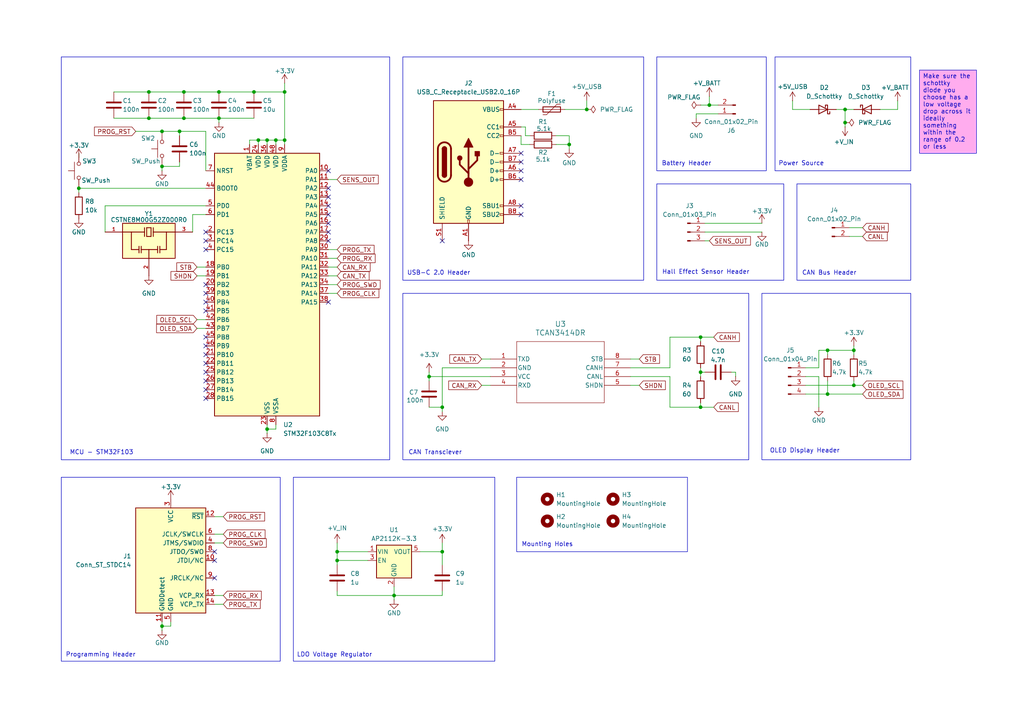
<source format=kicad_sch>
(kicad_sch (version 20250114) (generator "eeschema") (generator_version "9.0")
  (paper "A4")
  (lib_symbols
    (symbol "CSTNE8M00G52Z000R0:CSTNE8M00G52Z000R0" (pin_names (offset 1.016))
      (property "Reference" "Y" (at -7.62 6.35 0))
      (property "Value" "CSTNE8M00G52Z000R0" (at 1.27 -6.35 0))
      (symbol "CSTNE8M00G52Z000R0_0_0"
        (pin input line (at -12.7 2.54 0) (length 5.08) (name "~") (number "1"))
        (pin power_in line (at 0 -10.16 90) (length 5.08) (name "~") (number "2"))
        (pin output line (at 12.7 2.54 180) (length 5.08) (name "~") (number "3"))
      )
    )
    (symbol "Connector:Conn_01x02_Pin" (pin_names (offset 1.016) (hide yes))
      (property "Reference" "J" (at 0 2.54 0))
      (property "Value" "Conn_01x02_Pin" (at 0 -5.08 0))
      (symbol "Conn_01x02_Pin_1_1"
        (pin passive line (at 5.08 0 180) (length 3.81) (name "Pin_1") (number "1"))
        (pin passive line (at 5.08 -2.54 180) (length 3.81) (name "Pin_2") (number "2"))
      )
    )
    (symbol "Connector:Conn_01x03_Pin" (pin_names (offset 1.016) (hide yes))
      (property "Reference" "J" (at 0 5.08 0))
      (property "Value" "Conn_01x03_Pin" (at 0 -5.08 0))
      (symbol "Conn_01x03_Pin_1_1"
        (pin passive line (at 5.08 2.54 180) (length 3.81) (name "Pin_1") (number "1"))
        (pin passive line (at 5.08 0 180) (length 3.81) (name "Pin_2") (number "2"))
        (pin passive line (at 5.08 -2.54 180) (length 3.81) (name "Pin_3") (number "3"))
      )
    )
    (symbol "Connector:Conn_01x04_Pin" (pin_names (offset 1.016) (hide yes))
      (property "Reference" "J" (at 0 5.08 0))
      (property "Value" "Conn_01x04_Pin" (at 0 -7.62 0))
      (symbol "Conn_01x04_Pin_1_1"
        (pin passive line (at 5.08 2.54 180) (length 3.81) (name "Pin_1") (number "1"))
        (pin passive line (at 5.08 0 180) (length 3.81) (name "Pin_2") (number "2"))
        (pin passive line (at 5.08 -2.54 180) (length 3.81) (name "Pin_3") (number "3"))
        (pin passive line (at 5.08 -5.08 180) (length 3.81) (name "Pin_4") (number "4"))
      )
    )
    (symbol "Connector:Conn_ST_STDC14"
      (property "Reference" "J" (at -8.89 16.51 0))
      (property "Value" "Conn_ST_STDC14" (at 17.78 16.51 0))
      (symbol "Conn_ST_STDC14_1_1"
        (pin no_connect line (at -10.16 5.08 0) (length 2.54) (hide yes) (name "NC") (number "1"))
        (pin no_connect line (at -10.16 2.54 0) (length 2.54) (hide yes) (name "NC") (number "2"))
        (pin passive line (at -2.54 -17.78 90) (length 2.54) (name "GNDDetect") (number "11"))
        (pin power_in line (at 0 17.78 270) (length 2.54) (name "VCC") (number "3"))
        (pin power_in line (at 0 -17.78 90) (length 2.54) (name "GND") (number "5"))
        (pin passive line (at 0 -17.78 90) (length 2.54) (hide yes) (name "GND") (number "7"))
        (pin open_collector line (at 12.7 12.7 180) (length 2.54) (name "~{RST}") (number "12"))
        (pin output line (at 12.7 7.62 180) (length 2.54) (name "JCLK/SWCLK") (number "6"))
        (pin bidirectional line (at 12.7 5.08 180) (length 2.54) (name "JTMS/SWDIO") (number "4"))
        (pin input line (at 12.7 2.54 180) (length 2.54) (name "JTDO/SWO") (number "8"))
        (pin output line (at 12.7 0 180) (length 2.54) (name "JTDI/NC") (number "10"))
        (pin input line (at 12.7 -5.08 180) (length 2.54) (name "JRCLK/NC") (number "9"))
        (pin output line (at 12.7 -10.16 180) (length 2.54) (name "VCP_RX") (number "13"))
        (pin input line (at 12.7 -12.7 180) (length 2.54) (name "VCP_TX") (number "14"))
      )
    )
    (symbol "Connector:USB_C_Receptacle_USB2.0_16P" (pin_names (offset 1.016))
      (property "Reference" "J" (at 0 22.225 0))
      (property "Value" "USB_C_Receptacle_USB2.0_16P" (at 0 19.685 0))
      (symbol "USB_C_Receptacle_USB2.0_16P_1_1"
        (pin passive line (at -7.62 -22.86 90) (length 5.08) (name "SHIELD") (number "S1"))
        (pin passive line (at 0 -22.86 90) (length 5.08) (name "GND") (number "A1"))
        (pin passive line (at 0 -22.86 90) (length 5.08) (hide yes) (name "GND") (number "A12"))
        (pin passive line (at 0 -22.86 90) (length 5.08) (hide yes) (name "GND") (number "B1"))
        (pin passive line (at 0 -22.86 90) (length 5.08) (hide yes) (name "GND") (number "B12"))
        (pin passive line (at 15.24 15.24 180) (length 5.08) (name "VBUS") (number "A4"))
        (pin passive line (at 15.24 15.24 180) (length 5.08) (hide yes) (name "VBUS") (number "A9"))
        (pin passive line (at 15.24 15.24 180) (length 5.08) (hide yes) (name "VBUS") (number "B4"))
        (pin passive line (at 15.24 15.24 180) (length 5.08) (hide yes) (name "VBUS") (number "B9"))
        (pin bidirectional line (at 15.24 10.16 180) (length 5.08) (name "CC1") (number "A5"))
        (pin bidirectional line (at 15.24 7.62 180) (length 5.08) (name "CC2") (number "B5"))
        (pin bidirectional line (at 15.24 2.54 180) (length 5.08) (name "D-") (number "A7"))
        (pin bidirectional line (at 15.24 0 180) (length 5.08) (name "D-") (number "B7"))
        (pin bidirectional line (at 15.24 -2.54 180) (length 5.08) (name "D+") (number "A6"))
        (pin bidirectional line (at 15.24 -5.08 180) (length 5.08) (name "D+") (number "B6"))
        (pin bidirectional line (at 15.24 -12.7 180) (length 5.08) (name "SBU1") (number "A8"))
        (pin bidirectional line (at 15.24 -15.24 180) (length 5.08) (name "SBU2") (number "B8"))
      )
    )
    (symbol "Device:C" (pin_numbers (hide yes)) (pin_names (offset 0.254))
      (property "Reference" "C" (at 0.635 2.54 0))
      (property "Value" "C" (at 0.635 -2.54 0))
      (symbol "C_1_1"
        (pin passive line (at 0 3.81 270) (length 2.794) (name "~") (number "1"))
        (pin passive line (at 0 -3.81 90) (length 2.794) (name "~") (number "2"))
      )
    )
    (symbol "Device:D_Schottky" (pin_numbers (hide yes)) (pin_names (offset 1.016) (hide yes))
      (property "Reference" "D" (at 0 2.54 0))
      (property "Value" "D_Schottky" (at 0 -2.54 0))
      (symbol "D_Schottky_1_1"
        (pin passive line (at -3.81 0 0) (length 2.54) (name "K") (number "1"))
        (pin passive line (at 3.81 0 180) (length 2.54) (name "A") (number "2"))
      )
    )
    (symbol "Device:Polyfuse" (pin_numbers (hide yes)) (pin_names (offset 0))
      (property "Reference" "F" (at -2.54 0 90))
      (property "Value" "Polyfuse" (at 2.54 0 90))
      (symbol "Polyfuse_1_1"
        (pin passive line (at 0 3.81 270) (length 1.27) (name "~") (number "1"))
        (pin passive line (at 0 -3.81 90) (length 1.27) (name "~") (number "2"))
      )
    )
    (symbol "Device:R" (pin_numbers (hide yes)) (pin_names (offset 0))
      (property "Reference" "R" (at 2.032 0 90))
      (property "Value" "R" (at 0 0 90))
      (symbol "R_1_1"
        (pin passive line (at 0 3.81 270) (length 1.27) (name "~") (number "1"))
        (pin passive line (at 0 -3.81 90) (length 1.27) (name "~") (number "2"))
      )
    )
    (symbol "MCU_ST_STM32F1:STM32F103C8Tx"
      (property "Reference" "U" (at -15.24 39.37 0))
      (property "Value" "STM32F103C8Tx" (at 7.62 39.37 0))
      (symbol "STM32F103C8Tx_1_1"
        (pin input line (at -17.78 33.02 0) (length 2.54) (name "NRST") (number "7"))
        (pin input line (at -17.78 27.94 0) (length 2.54) (name "BOOT0") (number "44"))
        (pin bidirectional line (at -17.78 22.86 0) (length 2.54) (name "PD0") (number "5"))
        (pin bidirectional line (at -17.78 20.32 0) (length 2.54) (name "PD1") (number "6"))
        (pin bidirectional line (at -17.78 15.24 0) (length 2.54) (name "PC13") (number "2"))
        (pin bidirectional line (at -17.78 12.7 0) (length 2.54) (name "PC14") (number "3"))
        (pin bidirectional line (at -17.78 10.16 0) (length 2.54) (name "PC15") (number "4"))
        (pin bidirectional line (at -17.78 5.08 0) (length 2.54) (name "PB0") (number "18"))
        (pin bidirectional line (at -17.78 2.54 0) (length 2.54) (name "PB1") (number "19"))
        (pin bidirectional line (at -17.78 0 0) (length 2.54) (name "PB2") (number "20"))
        (pin bidirectional line (at -17.78 -2.54 0) (length 2.54) (name "PB3") (number "39"))
        (pin bidirectional line (at -17.78 -5.08 0) (length 2.54) (name "PB4") (number "40"))
        (pin bidirectional line (at -17.78 -7.62 0) (length 2.54) (name "PB5") (number "41"))
        (pin bidirectional line (at -17.78 -10.16 0) (length 2.54) (name "PB6") (number "42"))
        (pin bidirectional line (at -17.78 -12.7 0) (length 2.54) (name "PB7") (number "43"))
        (pin bidirectional line (at -17.78 -15.24 0) (length 2.54) (name "PB8") (number "45"))
        (pin bidirectional line (at -17.78 -17.78 0) (length 2.54) (name "PB9") (number "46"))
        (pin bidirectional line (at -17.78 -20.32 0) (length 2.54) (name "PB10") (number "21"))
        (pin bidirectional line (at -17.78 -22.86 0) (length 2.54) (name "PB11") (number "22"))
        (pin bidirectional line (at -17.78 -25.4 0) (length 2.54) (name "PB12") (number "25"))
        (pin bidirectional line (at -17.78 -27.94 0) (length 2.54) (name "PB13") (number "26"))
        (pin bidirectional line (at -17.78 -30.48 0) (length 2.54) (name "PB14") (number "27"))
        (pin bidirectional line (at -17.78 -33.02 0) (length 2.54) (name "PB15") (number "28"))
        (pin power_in line (at -5.08 40.64 270) (length 2.54) (name "VBAT") (number "1"))
        (pin power_in line (at -2.54 40.64 270) (length 2.54) (name "VDD") (number "24"))
        (pin power_in line (at 0 40.64 270) (length 2.54) (name "VDD") (number "36"))
        (pin power_in line (at 0 -40.64 90) (length 2.54) (name "VSS") (number "23"))
        (pin passive line (at 0 -40.64 90) (length 2.54) (hide yes) (name "VSS") (number "35"))
        (pin passive line (at 0 -40.64 90) (length 2.54) (hide yes) (name "VSS") (number "47"))
        (pin power_in line (at 2.54 40.64 270) (length 2.54) (name "VDD") (number "48"))
        (pin power_in line (at 2.54 -40.64 90) (length 2.54) (name "VSSA") (number "8"))
        (pin power_in line (at 5.08 40.64 270) (length 2.54) (name "VDDA") (number "9"))
        (pin bidirectional line (at 17.78 33.02 180) (length 2.54) (name "PA0") (number "10"))
        (pin bidirectional line (at 17.78 30.48 180) (length 2.54) (name "PA1") (number "11"))
        (pin bidirectional line (at 17.78 27.94 180) (length 2.54) (name "PA2") (number "12"))
        (pin bidirectional line (at 17.78 25.4 180) (length 2.54) (name "PA3") (number "13"))
        (pin bidirectional line (at 17.78 22.86 180) (length 2.54) (name "PA4") (number "14"))
        (pin bidirectional line (at 17.78 20.32 180) (length 2.54) (name "PA5") (number "15"))
        (pin bidirectional line (at 17.78 17.78 180) (length 2.54) (name "PA6") (number "16"))
        (pin bidirectional line (at 17.78 15.24 180) (length 2.54) (name "PA7") (number "17"))
        (pin bidirectional line (at 17.78 12.7 180) (length 2.54) (name "PA8") (number "29"))
        (pin bidirectional line (at 17.78 10.16 180) (length 2.54) (name "PA9") (number "30"))
        (pin bidirectional line (at 17.78 7.62 180) (length 2.54) (name "PA10") (number "31"))
        (pin bidirectional line (at 17.78 5.08 180) (length 2.54) (name "PA11") (number "32"))
        (pin bidirectional line (at 17.78 2.54 180) (length 2.54) (name "PA12") (number "33"))
        (pin bidirectional line (at 17.78 0 180) (length 2.54) (name "PA13") (number "34"))
        (pin bidirectional line (at 17.78 -2.54 180) (length 2.54) (name "PA14") (number "37"))
        (pin bidirectional line (at 17.78 -5.08 180) (length 2.54) (name "PA15") (number "38"))
      )
    )
    (symbol "Mechanical:MountingHole" (pin_names (offset 1.016)) (exclude_from_sim yes) (in_bom no)
      (property "Reference" "H" (at 0 5.08 0))
      (property "Value" "MountingHole" (at 0 3.175 0))
    )
    (symbol "Regulator_Linear:AP2112K-3.3" (pin_names (offset 0.254))
      (property "Reference" "U" (at -5.08 5.715 0))
      (property "Value" "AP2112K-3.3" (at 0 5.715 0))
      (symbol "AP2112K-3.3_1_1"
        (pin power_in line (at -7.62 2.54 0) (length 2.54) (name "VIN") (number "1"))
        (pin input line (at -7.62 0 0) (length 2.54) (name "EN") (number "3"))
        (pin power_in line (at 0 -7.62 90) (length 2.54) (name "GND") (number "2"))
        (pin no_connect line (at 5.08 0 180) (length 2.54) (hide yes) (name "NC") (number "4"))
        (pin power_out line (at 7.62 2.54 180) (length 2.54) (name "VOUT") (number "5"))
      )
    )
    (symbol "Switch:SW_Push" (pin_numbers (hide yes)) (pin_names (offset 1.016) (hide yes))
      (property "Reference" "SW" (at 1.27 2.54 0))
      (property "Value" "SW_Push" (at 0 -1.524 0))
      (symbol "SW_Push_0_1"
        (pin passive line (at -5.08 0 0) (length 2.54) (name "1") (number "1"))
        (pin passive line (at 5.08 0 180) (length 2.54) (name "2") (number "2"))
      )
    )
    (symbol "TCAN3414:PTCAN3414DR" (pin_names (offset 0.254))
      (property "Reference" "U" (at 20.32 10.16 0))
      (property "Value" "PTCAN3414DR" (at 20.32 7.62 0))
      (symbol "PTCAN3414DR_0_1"
        (pin input line (at 0 0 0) (length 7.62) (name "TXD") (number "1"))
        (pin power_out line (at 0 -2.54 0) (length 7.62) (name "GND") (number "2"))
        (pin power_in line (at 0 -5.08 0) (length 7.62) (name "VCC") (number "3"))
        (pin output line (at 0 -7.62 0) (length 7.62) (name "RXD") (number "4"))
        (pin input line (at 40.64 0 180) (length 7.62) (name "STB") (number "8"))
        (pin bidirectional line (at 40.64 -2.54 180) (length 7.62) (name "CANH") (number "7"))
        (pin bidirectional line (at 40.64 -5.08 180) (length 7.62) (name "CANL") (number "6"))
        (pin input line (at 40.64 -7.62 180) (length 7.62) (name "SHDN") (number "5"))
      )
    )
    (symbol "power:+3.3V" (power) (pin_numbers (hide yes)) (pin_names (offset 0) (hide yes))
      (property "Value" "+3.3V" (at 0 3.556 0))
      (symbol "+3.3V_1_1"
        (pin power_in line (at 0 0 90) (length 0) (name "~") (number "1"))
      )
    )
    (symbol "power:+5V" (power) (pin_numbers (hide yes)) (pin_names (offset 0) (hide yes))
      (property "Value" "+5V" (at 0 3.556 0))
      (symbol "+5V_1_1"
        (pin power_in line (at 0 0 90) (length 0) (name "~") (number "1"))
      )
    )
    (symbol "power:GND" (power) (pin_numbers (hide yes)) (pin_names (offset 0) (hide yes))
      (property "Value" "GND" (at 0 -3.81 0))
      (symbol "GND_1_1"
        (pin power_in line (at 0 0 270) (length 0) (name "~") (number "1"))
      )
    )
    (symbol "power:PWR_FLAG" (power) (pin_numbers (hide yes)) (pin_names (offset 0) (hide yes))
      (property "Value" "PWR_FLAG" (at 0 3.81 0))
      (symbol "PWR_FLAG_0_0"
        (pin power_out line (at 0 0 90) (length 0) (name "~") (number "1"))
      )
    )
  )
  (rectangle (start 116.84 85.09) (end 217.17 133.35))
  (rectangle (start 224.79 16.51) (end 264.16 49.53))
  (rectangle (start 149.86 138.43) (end 199.39 160.02))
  (rectangle (start 17.78 138.43) (end 81.28 191.77))
  (rectangle (start 85.09 138.43) (end 143.51 191.77))
  (rectangle (start 231.14 53.34) (end 264.16 81.28))
  (rectangle (start 190.5 53.34) (end 227.33 81.28))
  (rectangle (start 220.98 85.09) (end 264.16 133.35))
  (rectangle (start 17.78 16.51) (end 113.03 133.35))
  (rectangle (start 190.5 16.51) (end 222.25 49.53))
  (rectangle (start 116.84 16.51) (end 186.69 81.28))
  (text "Mounting Holes" (at 158.75 157.988 0) (effects (font (size 1.27 1.27))))
  (text "CAN Transciever" (at 126.238 131.318 0) (effects (font (size 1.27 1.27))))
  (text "MCU - STM32F103" (at 29.464 131.318 0) (effects (font (size 1.27 1.27))))
  (text "CAN Bus Header" (at 240.538 79.248 0) (effects (font (size 1.27 1.27))))
  (text "Battery Header" (at 199.136 47.498 0) (effects (font (size 1.27 1.27))))
  (text "USB-C 2.0 Header" (at 127.254 79.248 0) (effects (font (size 1.27 1.27))))
  (text "LDO Voltage Regulator" (at 97.028 189.992 0) (effects (font (size 1.27 1.27))))
  (text "Power Source" (at 232.41 47.498 0) (effects (font (size 1.27 1.27))))
  (text "Hall Effect Sensor Header" (at 204.724 78.994 0) (effects (font (size 1.27 1.27))))
  (text "OLED Display Header\n" (at 233.426 130.81 0) (effects (font (size 1.27 1.27))))
  (text "Programming Header" (at 29.21 189.992 0) (effects (font (size 1.27 1.27))))
  (text_box "Make sure the schottky \ndiode you choose has a low voltage drop across it \nideally something within the range of 0.2 or less" (at 266.7 20.32 0) (size 16.51 24.13) (margins 0.9525 0.9525 0.9525 0.9525) (fill (type color) (color 255 172 238 1)) (effects (font (size 1.27 1.27)) (justify left top)))
  (junction (at 240.03 101.6))
  (junction (at 63.5 34.29))
  (junction (at 124.46 109.22))
  (junction (at 46.99 181.61))
  (junction (at 53.34 34.29))
  (junction (at 165.1 41.91))
  (junction (at 203.2 118.11))
  (junction (at 80.01 40.64))
  (junction (at 247.65 111.76))
  (junction (at 114.3 172.72))
  (junction (at 97.79 160.02))
  (junction (at 205.74 30.48))
  (junction (at 46.99 48.26))
  (junction (at 52.07 38.1))
  (junction (at 203.2 97.79))
  (junction (at 46.99 38.1))
  (junction (at 22.86 54.61))
  (junction (at 43.18 34.29))
  (junction (at 203.2 107.95))
  (junction (at 82.55 40.64))
  (junction (at 73.66 26.67))
  (junction (at 245.11 35.56))
  (junction (at 53.34 26.67))
  (junction (at 128.27 118.11))
  (junction (at 43.18 26.67))
  (junction (at 245.11 31.75))
  (junction (at 77.47 40.64))
  (junction (at 63.5 26.67))
  (junction (at 247.65 101.6))
  (junction (at 240.03 114.3))
  (junction (at 128.27 160.02))
  (junction (at 74.93 40.64))
  (junction (at 170.18 31.75))
  (junction (at 77.47 124.46))
  (junction (at 97.79 162.56))
  (junction (at 82.55 26.67))
  (no_connect (at 95.25 59.69))
  (no_connect (at 59.69 110.49))
  (no_connect (at 62.23 160.02))
  (no_connect (at 151.13 46.99))
  (no_connect (at 95.25 62.23))
  (no_connect (at 59.69 115.57))
  (no_connect (at 59.69 87.63))
  (no_connect (at 151.13 49.53))
  (no_connect (at 95.25 57.15))
  (no_connect (at 128.27 69.85))
  (no_connect (at 59.69 105.41))
  (no_connect (at 151.13 59.69))
  (no_connect (at 95.25 69.85))
  (no_connect (at 95.25 87.63))
  (no_connect (at 59.69 67.31))
  (no_connect (at 95.25 49.53))
  (no_connect (at 151.13 62.23))
  (no_connect (at 62.23 167.64))
  (no_connect (at 59.69 100.33))
  (no_connect (at 59.69 82.55))
  (no_connect (at 59.69 69.85))
  (no_connect (at 59.69 90.17))
  (no_connect (at 59.69 107.95))
  (no_connect (at 95.25 54.61))
  (no_connect (at 62.23 162.56))
  (no_connect (at 151.13 52.07))
  (no_connect (at 59.69 97.79))
  (no_connect (at 95.25 67.31))
  (no_connect (at 59.69 102.87))
  (no_connect (at 95.25 64.77))
  (no_connect (at 151.13 44.45))
  (no_connect (at 59.69 85.09))
  (no_connect (at 59.69 72.39))
  (no_connect (at 59.69 113.03))
  (wire (pts (xy 204.47 64.77) (xy 220.98 64.77)))
  (wire (pts (xy 247.65 110.49) (xy 247.65 111.76)))
  (wire (pts (xy 57.15 80.01) (xy 59.69 80.01)))
  (wire (pts (xy 57.15 77.47) (xy 59.69 77.47)))
  (wire (pts (xy 194.31 109.22) (xy 194.31 118.11)))
  (wire (pts (xy 97.79 160.02) (xy 97.79 162.56)))
  (wire (pts (xy 46.99 181.61) (xy 46.99 182.88)))
  (wire (pts (xy 128.27 172.72) (xy 128.27 171.45)))
  (wire (pts (xy 240.03 110.49) (xy 240.03 114.3)))
  (wire (pts (xy 95.25 77.47) (xy 97.79 77.47)))
  (wire (pts (xy 80.01 40.64) (xy 82.55 40.64)))
  (wire (pts (xy 237.49 109.22) (xy 233.68 109.22)))
  (wire (pts (xy 57.15 95.25) (xy 59.69 95.25)))
  (wire (pts (xy 139.7 111.76) (xy 142.24 111.76)))
  (wire (pts (xy 62.23 175.26) (xy 64.77 175.26)))
  (wire (pts (xy 161.29 41.91) (xy 165.1 41.91)))
  (wire (pts (xy 201.93 33.02) (xy 201.93 34.29)))
  (wire (pts (xy 22.86 45.72) (xy 22.86 44.45)))
  (wire (pts (xy 128.27 163.83) (xy 128.27 160.02)))
  (wire (pts (xy 82.55 40.64) (xy 82.55 41.91)))
  (wire (pts (xy 151.13 41.91) (xy 153.67 41.91)))
  (wire (pts (xy 57.15 92.71) (xy 59.69 92.71)))
  (wire (pts (xy 139.7 104.14) (xy 142.24 104.14)))
  (wire (pts (xy 43.18 34.29) (xy 53.34 34.29)))
  (wire (pts (xy 182.88 111.76) (xy 185.42 111.76)))
  (wire (pts (xy 205.74 27.94) (xy 205.74 30.48)))
  (wire (pts (xy 128.27 106.68) (xy 142.24 106.68)))
  (wire (pts (xy 80.01 40.64) (xy 80.01 41.91)))
  (wire (pts (xy 161.29 39.37) (xy 165.1 39.37)))
  (wire (pts (xy 82.55 24.13) (xy 82.55 26.67)))
  (wire (pts (xy 182.88 106.68) (xy 194.31 106.68)))
  (wire (pts (xy 106.68 160.02) (xy 97.79 160.02)))
  (wire (pts (xy 201.93 33.02) (xy 208.28 33.02)))
  (wire (pts (xy 124.46 109.22) (xy 124.46 110.49)))
  (wire (pts (xy 128.27 106.68) (xy 128.27 118.11)))
  (wire (pts (xy 95.25 52.07) (xy 97.79 52.07)))
  (wire (pts (xy 33.02 26.67) (xy 43.18 26.67)))
  (wire (pts (xy 114.3 172.72) (xy 114.3 173.99)))
  (wire (pts (xy 95.25 74.93) (xy 97.79 74.93)))
  (wire (pts (xy 49.53 181.61) (xy 46.99 181.61)))
  (wire (pts (xy 22.86 54.61) (xy 59.69 54.61)))
  (wire (pts (xy 203.2 107.95) (xy 203.2 109.22)))
  (wire (pts (xy 77.47 123.19) (xy 77.47 124.46)))
  (wire (pts (xy 240.03 101.6) (xy 247.65 101.6)))
  (wire (pts (xy 46.99 180.34) (xy 46.99 181.61)))
  (wire (pts (xy 74.93 40.64) (xy 77.47 40.64)))
  (wire (pts (xy 22.86 54.61) (xy 22.86 55.88)))
  (wire (pts (xy 203.2 118.11) (xy 203.2 116.84)))
  (wire (pts (xy 77.47 124.46) (xy 77.47 125.73)))
  (wire (pts (xy 128.27 157.48) (xy 128.27 160.02)))
  (wire (pts (xy 260.35 31.75) (xy 255.27 31.75)))
  (wire (pts (xy 194.31 118.11) (xy 203.2 118.11)))
  (wire (pts (xy 240.03 101.6) (xy 240.03 102.87)))
  (wire (pts (xy 63.5 34.29) (xy 73.66 34.29)))
  (wire (pts (xy 124.46 109.22) (xy 142.24 109.22)))
  (wire (pts (xy 233.68 114.3) (xy 240.03 114.3)))
  (wire (pts (xy 229.87 31.75) (xy 229.87 29.21)))
  (wire (pts (xy 53.34 26.67) (xy 63.5 26.67)))
  (wire (pts (xy 30.48 59.69) (xy 59.69 59.69)))
  (wire (pts (xy 182.88 104.14) (xy 185.42 104.14)))
  (wire (pts (xy 95.25 82.55) (xy 97.79 82.55)))
  (wire (pts (xy 152.4 39.37) (xy 153.67 39.37)))
  (wire (pts (xy 165.1 43.18) (xy 165.1 41.91)))
  (wire (pts (xy 128.27 118.11) (xy 128.27 119.38)))
  (wire (pts (xy 59.69 38.1) (xy 59.69 49.53)))
  (wire (pts (xy 245.11 31.75) (xy 247.65 31.75)))
  (wire (pts (xy 229.87 31.75) (xy 234.95 31.75)))
  (wire (pts (xy 247.65 101.6) (xy 247.65 102.87)))
  (wire (pts (xy 245.11 36.83) (xy 245.11 35.56)))
  (wire (pts (xy 203.2 106.68) (xy 203.2 107.95)))
  (wire (pts (xy 128.27 160.02) (xy 121.92 160.02)))
  (wire (pts (xy 152.4 36.83) (xy 151.13 36.83)))
  (wire (pts (xy 77.47 40.64) (xy 80.01 40.64)))
  (wire (pts (xy 114.3 170.18) (xy 114.3 172.72)))
  (wire (pts (xy 43.18 26.67) (xy 53.34 26.67)))
  (wire (pts (xy 245.11 35.56) (xy 245.11 31.75)))
  (wire (pts (xy 97.79 171.45) (xy 97.79 172.72)))
  (wire (pts (xy 233.68 111.76) (xy 247.65 111.76)))
  (wire (pts (xy 240.03 114.3) (xy 250.19 114.3)))
  (wire (pts (xy 62.23 154.94) (xy 64.77 154.94)))
  (wire (pts (xy 52.07 48.26) (xy 46.99 48.26)))
  (wire (pts (xy 114.3 172.72) (xy 128.27 172.72)))
  (wire (pts (xy 247.65 111.76) (xy 250.19 111.76)))
  (wire (pts (xy 170.18 29.21) (xy 170.18 31.75)))
  (wire (pts (xy 151.13 31.75) (xy 156.21 31.75)))
  (wire (pts (xy 80.01 124.46) (xy 77.47 124.46)))
  (wire (pts (xy 30.48 67.31) (xy 30.48 59.69)))
  (wire (pts (xy 97.79 162.56) (xy 97.79 163.83)))
  (wire (pts (xy 33.02 34.29) (xy 43.18 34.29)))
  (wire (pts (xy 46.99 48.26) (xy 46.99 49.53)))
  (wire (pts (xy 82.55 26.67) (xy 82.55 40.64)))
  (wire (pts (xy 203.2 118.11) (xy 207.01 118.11)))
  (wire (pts (xy 95.25 72.39) (xy 97.79 72.39)))
  (wire (pts (xy 151.13 41.91) (xy 151.13 39.37)))
  (wire (pts (xy 46.99 38.1) (xy 52.07 38.1)))
  (wire (pts (xy 97.79 157.48) (xy 97.79 160.02)))
  (wire (pts (xy 260.35 29.21) (xy 260.35 31.75)))
  (wire (pts (xy 124.46 107.95) (xy 124.46 109.22)))
  (wire (pts (xy 55.88 67.31) (xy 55.88 62.23)))
  (wire (pts (xy 203.2 97.79) (xy 203.2 99.06)))
  (wire (pts (xy 237.49 118.11) (xy 237.49 109.22)))
  (wire (pts (xy 194.31 97.79) (xy 203.2 97.79)))
  (wire (pts (xy 204.47 67.31) (xy 220.98 67.31)))
  (wire (pts (xy 163.83 31.75) (xy 170.18 31.75)))
  (wire (pts (xy 194.31 106.68) (xy 194.31 97.79)))
  (wire (pts (xy 106.68 162.56) (xy 97.79 162.56)))
  (wire (pts (xy 237.49 106.68) (xy 237.49 101.6)))
  (wire (pts (xy 62.23 149.86) (xy 64.77 149.86)))
  (wire (pts (xy 152.4 39.37) (xy 152.4 36.83)))
  (wire (pts (xy 203.2 97.79) (xy 207.01 97.79)))
  (wire (pts (xy 205.74 30.48) (xy 208.28 30.48)))
  (wire (pts (xy 237.49 101.6) (xy 240.03 101.6)))
  (wire (pts (xy 77.47 40.64) (xy 77.47 41.91)))
  (wire (pts (xy 246.38 66.04) (xy 250.19 66.04)))
  (wire (pts (xy 242.57 31.75) (xy 245.11 31.75)))
  (wire (pts (xy 95.25 80.01) (xy 97.79 80.01)))
  (wire (pts (xy 62.23 157.48) (xy 64.77 157.48)))
  (wire (pts (xy 55.88 62.23) (xy 59.69 62.23)))
  (wire (pts (xy 97.79 172.72) (xy 114.3 172.72)))
  (wire (pts (xy 80.01 123.19) (xy 80.01 124.46)))
  (wire (pts (xy 72.39 41.91) (xy 72.39 40.64)))
  (wire (pts (xy 72.39 40.64) (xy 74.93 40.64)))
  (wire (pts (xy 52.07 38.1) (xy 59.69 38.1)))
  (wire (pts (xy 233.68 106.68) (xy 237.49 106.68)))
  (wire (pts (xy 124.46 118.11) (xy 128.27 118.11)))
  (wire (pts (xy 203.2 107.95) (xy 204.47 107.95)))
  (wire (pts (xy 203.2 30.48) (xy 205.74 30.48)))
  (wire (pts (xy 39.37 38.1) (xy 46.99 38.1)))
  (wire (pts (xy 49.53 180.34) (xy 49.53 181.61)))
  (wire (pts (xy 74.93 40.64) (xy 74.93 41.91)))
  (wire (pts (xy 52.07 46.99) (xy 52.07 48.26)))
  (wire (pts (xy 52.07 38.1) (xy 52.07 39.37)))
  (wire (pts (xy 204.47 69.85) (xy 205.74 69.85)))
  (wire (pts (xy 213.36 107.95) (xy 213.36 109.22)))
  (wire (pts (xy 63.5 34.29) (xy 63.5 35.56)))
  (wire (pts (xy 212.09 107.95) (xy 213.36 107.95)))
  (wire (pts (xy 182.88 109.22) (xy 194.31 109.22)))
  (wire (pts (xy 165.1 39.37) (xy 165.1 41.91)))
  (wire (pts (xy 82.55 26.67) (xy 73.66 26.67)))
  (wire (pts (xy 246.38 68.58) (xy 250.19 68.58)))
  (wire (pts (xy 247.65 100.33) (xy 247.65 101.6)))
  (wire (pts (xy 63.5 26.67) (xy 73.66 26.67)))
  (wire (pts (xy 53.34 34.29) (xy 63.5 34.29)))
  (wire (pts (xy 95.25 85.09) (xy 97.79 85.09)))
  (wire (pts (xy 62.23 172.72) (xy 64.77 172.72)))
  (global_label "PROG_TX" (shape input) (at 64.77 175.26 0) (property "Intersheetrefs" "${INTERSHEET_REFS}" (effects (hide yes))))
  (global_label "SENS_OUT" (shape input) (at 205.74 69.85 0) (property "Intersheetrefs" "${INTERSHEET_REFS}" (effects (hide yes))))
  (global_label "CANL" (shape input) (at 207.01 118.11 0) (property "Intersheetrefs" "${INTERSHEET_REFS}" (effects (hide yes))))
  (global_label "OLED_SCL" (shape input) (at 250.19 111.76 0) (property "Intersheetrefs" "${INTERSHEET_REFS}" (effects (hide yes))))
  (global_label "CAN_TX" (shape input) (at 139.7 104.14 180) (property "Intersheetrefs" "${INTERSHEET_REFS}" (effects (hide yes))))
  (global_label "PROG_TX" (shape input) (at 97.79 72.39 0) (property "Intersheetrefs" "${INTERSHEET_REFS}" (effects (hide yes))))
  (global_label "CAN_RX" (shape input) (at 97.79 77.47 0) (property "Intersheetrefs" "${INTERSHEET_REFS}" (effects (hide yes))))
  (global_label "PROG_RST" (shape input) (at 64.77 149.86 0) (property "Intersheetrefs" "${INTERSHEET_REFS}" (effects (hide yes))))
  (global_label "OLED_SDA" (shape input) (at 57.15 95.25 180) (property "Intersheetrefs" "${INTERSHEET_REFS}" (effects (hide yes))))
  (global_label "OLED_SCL" (shape input) (at 57.15 92.71 180) (property "Intersheetrefs" "${INTERSHEET_REFS}" (effects (hide yes))))
  (global_label "PROG_CLK" (shape input) (at 64.77 154.94 0) (property "Intersheetrefs" "${INTERSHEET_REFS}" (effects (hide yes))))
  (global_label "PROG_SWD" (shape input) (at 97.79 82.55 0) (property "Intersheetrefs" "${INTERSHEET_REFS}" (effects (hide yes))))
  (global_label "SHDN" (shape input) (at 57.15 80.01 180) (property "Intersheetrefs" "${INTERSHEET_REFS}" (effects (hide yes))))
  (global_label "PROG_RST" (shape input) (at 39.37 38.1 180) (property "Intersheetrefs" "${INTERSHEET_REFS}" (effects (hide yes))))
  (global_label "STB" (shape input) (at 57.15 77.47 180) (property "Intersheetrefs" "${INTERSHEET_REFS}" (effects (hide yes))))
  (global_label "SENS_OUT" (shape input) (at 97.79 52.07 0) (property "Intersheetrefs" "${INTERSHEET_REFS}" (effects (hide yes))))
  (global_label "SHDN" (shape input) (at 185.42 111.76 0) (property "Intersheetrefs" "${INTERSHEET_REFS}" (effects (hide yes))))
  (global_label "STB" (shape input) (at 185.42 104.14 0) (property "Intersheetrefs" "${INTERSHEET_REFS}" (effects (hide yes))))
  (global_label "CAN_TX" (shape input) (at 97.79 80.01 0) (property "Intersheetrefs" "${INTERSHEET_REFS}" (effects (hide yes))))
  (global_label "PROG_RX" (shape input) (at 64.77 172.72 0) (property "Intersheetrefs" "${INTERSHEET_REFS}" (effects (hide yes))))
  (global_label "CAN_RX" (shape input) (at 139.7 111.76 180) (property "Intersheetrefs" "${INTERSHEET_REFS}" (effects (hide yes))))
  (global_label "OLED_SDA" (shape input) (at 250.19 114.3 0) (property "Intersheetrefs" "${INTERSHEET_REFS}" (effects (hide yes))))
  (global_label "PROG_SWD" (shape input) (at 64.77 157.48 0) (property "Intersheetrefs" "${INTERSHEET_REFS}" (effects (hide yes))))
  (global_label "CANL" (shape input) (at 250.19 68.58 0) (property "Intersheetrefs" "${INTERSHEET_REFS}" (effects (hide yes))))
  (global_label "CANH" (shape input) (at 250.19 66.04 0) (property "Intersheetrefs" "${INTERSHEET_REFS}" (effects (hide yes))))
  (global_label "PROG_CLK" (shape input) (at 97.79 85.09 0) (property "Intersheetrefs" "${INTERSHEET_REFS}" (effects (hide yes))))
  (global_label "CANH" (shape input) (at 207.01 97.79 0) (property "Intersheetrefs" "${INTERSHEET_REFS}" (effects (hide yes))))
  (global_label "PROG_RX" (shape input) (at 97.79 74.93 0) (property "Intersheetrefs" "${INTERSHEET_REFS}" (effects (hide yes))))
  (symbol (lib_id "power:GND") (at 43.18 80.01 0) (unit 1)
    (property "Reference" "#PWR09" (effects (hide yes)))
    (property "Value" "GND" (at 43.18 85.09 0))
    (property "Description" "Power symbol creates a global label with name \"GND\" , ground" (effects (hide yes)))
  )
  (symbol (lib_id "Connector:Conn_01x02_Pin") (at 213.36 33.02 180) (unit 1)
    (property "Reference" "J6" (at 212.09 37.846 0))
    (property "Value" "Conn_01x02_Pin" (at 212.09 35.306 0))
    (property "Footprint" "Connector_JST:JST_PH_B2B-PH-K_1x02_P2.00mm_Vertical" (effects (hide yes)))
    (property "Description" "Generic connector, single row, 01x02, script generated" (effects (hide yes)))
  )
  (symbol (lib_id "power:GND") (at 135.89 69.85 0) (unit 1)
    (property "Reference" "#PWR013" (effects (hide yes)))
    (property "Value" "GND" (at 135.89 73.914 0))
    (property "Description" "Power symbol creates a global label with name \"GND\" , ground" (effects (hide yes)))
  )
  (symbol (lib_id "power:GND") (at 165.1 43.18 0) (unit 1)
    (property "Reference" "#PWR014" (effects (hide yes)))
    (property "Value" "GND" (at 165.1 47.244 0))
    (property "Description" "Power symbol creates a global label with name \"GND\" , ground" (effects (hide yes)))
  )
  (symbol (lib_id "Mechanical:MountingHole") (at 177.8 151.13 0) (unit 1) (exclude_from_sim yes) (in_bom no)
    (property "Reference" "H4" (at 180.34 149.8599 0) (effects (justify left)))
    (property "Value" "MountingHole" (at 180.34 152.3999 0) (effects (justify left)))
    (property "Footprint" "MountingHole:MountingHole_2.2mm_M2" (effects (hide yes)))
    (property "Description" "Mounting Hole without connection" (effects (hide yes)))
  )
  (symbol (lib_id "Device:R") (at 240.03 106.68 0) (unit 1)
    (property "Reference" "R6" (at 241.3 105.41 0) (effects (justify left)))
    (property "Value" "4.7k" (at 241.3 107.95 0) (effects (justify left)))
    (property "Footprint" "Resistor_SMD:R_0805_2012Metric" (effects (hide yes)))
    (property "Description" "Resistor" (effects (hide yes)))
  )
  (symbol (lib_id "power:+3.3V") (at 82.55 24.13 0) (unit 1)
    (property "Reference" "#PWR06" (effects (hide yes)))
    (property "Value" "+3.3V" (at 82.55 20.574 0))
    (property "Description" "Power symbol creates a global label with name \"+3.3V\"" (effects (hide yes)))
  )
  (symbol (lib_id "Connector:Conn_01x03_Pin") (at 199.39 67.31 0) (unit 1)
    (property "Reference" "J3" (at 200.025 59.69 0))
    (property "Value" "Conn_01x03_Pin" (at 200.025 62.23 0))
    (property "Footprint" "Connector_JST:JST_XH_B3B-XH-A_1x03_P2.50mm_Vertical" (effects (hide yes)))
    (property "Description" "Generic connector, single row, 01x03, script generated" (effects (hide yes)))
  )
  (symbol (lib_id "MCU_ST_STM32F1:STM32F103C8Tx") (at 77.47 82.55 0) (unit 1)
    (property "Reference" "U2" (at 82.1533 123.19 0) (effects (justify left)))
    (property "Value" "STM32F103C8Tx" (at 82.1533 125.73 0) (effects (justify left)))
    (property "Footprint" "Package_QFP:LQFP-48_7x7mm_P0.5mm" (effects (hide yes)))
    (property "Datasheet" "https://www.st.com/resource/en/datasheet/stm32f103c8.pdf" (effects (hide yes)))
    (property "Description" "STMicroelectronics Arm Cortex-M3 MCU, 64KB flash, 20KB RAM, 72 MHz, 2.0-3.6V, 37 GPIO, LQFP48" (effects (hide yes)))
  )
  (symbol (lib_id "power:+5V") (at 245.11 36.83 180) (unit 1)
    (property "Reference" "#PWR017" (effects (hide yes)))
    (property "Value" "+V_IN" (at 247.65 41.148 0) (effects (justify left)))
    (property "Description" "Power symbol creates a global label with name \"+5V\"" (effects (hide yes)))
  )
  (symbol (lib_id "power:+5V") (at 260.35 29.21 0) (unit 1)
    (property "Reference" "#PWR018" (effects (hide yes)))
    (property "Value" "+V_BATT" (at 255.524 25.4 0) (effects (justify left)))
    (property "Description" "Power symbol creates a global label with name \"+5V\"" (effects (hide yes)))
  )
  (symbol (lib_id "Device:C") (at 128.27 167.64 0) (unit 1)
    (property "Reference" "C9" (at 132.08 166.3699 0) (effects (justify left)))
    (property "Value" "1u" (at 132.08 168.9099 0) (effects (justify left)))
    (property "Footprint" "Capacitor_SMD:C_0805_2012Metric" (effects (hide yes)))
    (property "Description" "Unpolarized capacitor" (effects (hide yes)))
  )
  (symbol (lib_id "Device:C") (at 52.07 43.18 0) (unit 1)
    (property "Reference" "C6" (at 54.864 41.91 0) (effects (justify left)))
    (property "Value" "100n" (at 54.864 44.45 0) (effects (justify left)))
    (property "Footprint" "Capacitor_SMD:C_0805_2012Metric" (effects (hide yes)))
    (property "Description" "Unpolarized capacitor" (effects (hide yes)))
  )
  (symbol (lib_id "Mechanical:MountingHole") (at 158.75 151.13 0) (unit 1) (exclude_from_sim yes) (in_bom no)
    (property "Reference" "H2" (at 161.29 149.8599 0) (effects (justify left)))
    (property "Value" "MountingHole" (at 161.29 152.3999 0) (effects (justify left)))
    (property "Footprint" "MountingHole:MountingHole_2.2mm_M2" (effects (hide yes)))
    (property "Description" "Mounting Hole without connection" (effects (hide yes)))
  )
  (symbol (lib_id "Device:C") (at 63.5 30.48 180) (unit 1)
    (property "Reference" "C4" (at 66.04 29.21 0) (effects (justify right)))
    (property "Value" "100n" (at 66.04 31.75 0) (effects (justify right)))
    (property "Footprint" "Capacitor_SMD:C_0805_2012Metric" (effects (hide yes)))
    (property "Description" "Unpolarized capacitor" (effects (hide yes)))
  )
  (symbol (lib_id "Regulator_Linear:AP2112K-3.3") (at 114.3 162.56 0) (unit 1)
    (property "Reference" "U1" (at 114.3 153.67 0))
    (property "Value" "AP2112K-3.3" (at 114.3 156.21 0))
    (property "Footprint" "Package_TO_SOT_SMD:SOT-23-5" (effects (hide yes)))
    (property "Datasheet" "https://www.diodes.com/assets/Datasheets/AP2112.pdf" (effects (hide yes)))
    (property "Description" "600mA low dropout linear regulator, with enable pin, 3.8V-6V input voltage range, 3.3V fixed positive output, SOT-23-5" (effects (hide yes)))
  )
  (symbol (lib_id "power:GND") (at 213.36 109.22 0) (unit 1)
    (property "Reference" "#PWR023" (effects (hide yes)))
    (property "Value" "GND" (at 213.36 114.3 0))
    (property "Description" "Power symbol creates a global label with name \"GND\" , ground" (effects (hide yes)))
  )
  (symbol (lib_id "power:+3.3V") (at 247.65 100.33 0) (unit 1)
    (property "Reference" "#PWR024" (effects (hide yes)))
    (property "Value" "+3.3V" (at 247.65 96.52 0))
    (property "Description" "Power symbol creates a global label with name \"+3.3V\"" (effects (hide yes)))
  )
  (symbol (lib_id "Device:C") (at 43.18 30.48 180) (unit 1)
    (property "Reference" "C2" (at 45.72 29.21 0) (effects (justify right)))
    (property "Value" "100n" (at 45.72 31.75 0) (effects (justify right)))
    (property "Footprint" "Capacitor_SMD:C_0805_2012Metric" (effects (hide yes)))
    (property "Description" "Unpolarized capacitor" (effects (hide yes)))
  )
  (symbol (lib_id "power:GND") (at 220.98 67.31 0) (unit 1)
    (property "Reference" "#PWR022" (effects (hide yes)))
    (property "Value" "GND" (at 220.98 70.866 0))
    (property "Description" "Power symbol creates a global label with name \"GND\" , ground" (effects (hide yes)))
  )
  (symbol (lib_id "power:+5V") (at 170.18 29.21 0) (unit 1)
    (property "Reference" "#PWR015" (effects (hide yes)))
    (property "Value" "+5V_USB" (at 170.18 25.146 0))
    (property "Description" "Power symbol creates a global label with name \"+5V\"" (effects (hide yes)))
  )
  (symbol (lib_id "Connector:Conn_ST_STDC14") (at 49.53 162.56 0) (unit 1)
    (property "Reference" "J1" (at 38.1 161.2899 0) (effects (justify right)))
    (property "Value" "Conn_ST_STDC14" (at 38.1 163.8299 0) (effects (justify right)))
    (property "Footprint" "Connector_PinHeader_1.27mm:PinHeader_2x07_P1.27mm_Vertical_SMD" (effects (hide yes)))
    (property "Datasheet" "https://www.st.com/content/ccc/resource/technical/document/user_manual/group1/99/49/91/b6/b2/3a/46/e5/DM00526767/files/DM00526767.pdf/jcr:content/translations/en.DM00526767.pdf" (effects (hide yes)))
    (property "Description" "ST Debug Connector, standard ARM Cortex-M SWD and JTAG interface plus UART" (effects (hide yes)))
  )
  (symbol (lib_id "Mechanical:MountingHole") (at 177.8 144.78 0) (unit 1) (exclude_from_sim yes) (in_bom no)
    (property "Reference" "H3" (at 180.34 143.5099 0) (effects (justify left)))
    (property "Value" "MountingHole" (at 180.34 146.0499 0) (effects (justify left)))
    (property "Footprint" "MountingHole:MountingHole_2.2mm_M2" (effects (hide yes)))
    (property "Description" "Mounting Hole without connection" (effects (hide yes)))
  )
  (symbol (lib_id "CSTNE8M00G52Z000R0:CSTNE8M00G52Z000R0") (at 43.18 69.85 0) (unit 1)
    (property "Reference" "Y1" (at 43.18 61.976 0))
    (property "Value" "CSTNE8M00G52Z000R0" (at 43.18 63.754 0))
    (property "Footprint" "OSC_CST:OSC_CSTNE8M00G52Z000R0" (effects (hide yes)))
    (property "MF" "Murata Electronics" (effects (hide yes)))
    (property "MAXIMUM_PACKAGE_HEIGHT" "0.8mm" (effects (hide yes)))
    (property "Package" "SMD-3 Murata" (effects (hide yes)))
    (property "Price" "None" (effects (hide yes)))
    (property "Check_prices" "https://www.snapeda.com/parts/CSTNE8M00G52Z000R0/Murata/view-part/?ref=eda" (effects (hide yes)))
    (property "STANDARD" "Manufacturer Recomendations" (effects (hide yes)))
    (property "PARTREV" "JGC42-8858A" (effects (hide yes)))
    (property "SnapEDA_Link" "https://www.snapeda.com/parts/CSTNE8M00G52Z000R0/Murata/view-part/?ref=snap" (effects (hide yes)))
    (property "MP" "CSTNE8M00G52Z000R0" (effects (hide yes)))
    (property "Purchase-URL" "https://www.snapeda.com/api/url_track_click_mouser/?unipart_id=4888587&manufacturer=Murata Electronics&part_name=CSTNE8M00G52Z000R0&search_term=None" (effects (hide yes)))
    (property "Description_1" "8 MHz Ceramic Resonator Built in Capacitor 10 pF ±0.2% 40 Ohms -40°C ~ 125°C Surface Mount" (effects (hide yes)))
    (property "Availability" "In Stock" (effects (hide yes)))
    (property "MANUFACTURER" "Murata" (effects (hide yes)))
  )
  (symbol (lib_id "power:GND") (at 77.47 125.73 0) (unit 1)
    (property "Reference" "#PWR01" (effects (hide yes)))
    (property "Value" "GND" (at 77.47 130.81 0))
    (property "Description" "Power symbol creates a global label with name \"GND\" , ground" (effects (hide yes)))
  )
  (symbol (lib_id "Device:R") (at 203.2 113.03 0) (unit 1)
    (property "Reference" "R4" (at 197.866 111.76 0) (effects (justify left)))
    (property "Value" "60" (at 197.866 114.3 0) (effects (justify left)))
    (property "Footprint" "Resistor_SMD:R_0603_1608Metric" (effects (hide yes)))
    (property "Description" "Resistor" (effects (hide yes)))
  )
  (symbol (lib_id "Device:D_Schottky") (at 251.46 31.75 0) (unit 1)
    (property "Reference" "D3" (at 251.1425 25.4 0))
    (property "Value" "D_Schottky" (at 251.1425 27.94 0))
    (property "Footprint" "Diode_SMD:D_SOD-123" (effects (hide yes)))
    (property "Description" "Schottky diode" (effects (hide yes)))
  )
  (symbol (lib_id "power:GND") (at 114.3 173.99 0) (unit 1)
    (property "Reference" "#PWR04" (effects (hide yes)))
    (property "Value" "GND" (at 114.3 177.8 0))
    (property "Description" "Power symbol creates a global label with name \"GND\" , ground" (effects (hide yes)))
  )
  (symbol (lib_id "Device:D_Schottky") (at 238.76 31.75 180) (unit 1)
    (property "Reference" "D2" (at 239.0775 25.4 0))
    (property "Value" "D_Schottky" (at 239.0775 27.94 0))
    (property "Footprint" "Diode_SMD:D_SOD-123" (effects (hide yes)))
    (property "Description" "Schottky diode" (effects (hide yes)))
  )
  (symbol (lib_id "Switch:SW_Push") (at 22.86 49.53 90) (unit 1)
    (property "Reference" "SW3" (at 23.876 46.736 90) (effects (justify right)))
    (property "Value" "SW_Push" (at 23.622 52.324 90) (effects (justify right)))
    (property "Footprint" "Button_Switch_SMD:SW_SPST_SKQG_WithStem" (effects (hide yes)))
    (property "Description" "Push button switch, generic, two pins" (effects (hide yes)))
  )
  (symbol (lib_id "Device:R") (at 157.48 39.37 90) (unit 1)
    (property "Reference" "R1" (at 157.48 35.306 90))
    (property "Value" "5.1k" (at 157.734 37.338 90))
    (property "Footprint" "Capacitor_SMD:C_0603_1608Metric" (effects (hide yes)))
    (property "Description" "Resistor" (effects (hide yes)))
  )
  (symbol (lib_id "power:PWR_FLAG") (at 170.18 31.75 270) (unit 1)
    (property "Reference" "#FLG03" (effects (hide yes)))
    (property "Value" "PWR_FLAG" (at 173.99 31.7499 90) (effects (justify left)))
    (property "Description" "Special symbol for telling ERC where power comes from" (effects (hide yes)))
  )
  (symbol (lib_id "power:PWR_FLAG") (at 245.11 35.56 270) (unit 1)
    (property "Reference" "#FLG04" (effects (hide yes)))
    (property "Value" "PWR_FLAG" (at 248.92 35.5599 90) (effects (justify left)))
    (property "Description" "Special symbol for telling ERC where power comes from" (effects (hide yes)))
  )
  (symbol (lib_id "power:+3.3V") (at 128.27 157.48 0) (unit 1)
    (property "Reference" "#PWR011" (effects (hide yes)))
    (property "Value" "+3.3V" (at 128.27 153.416 0))
    (property "Description" "Power symbol creates a global label with name \"+3.3V\"" (effects (hide yes)))
  )
  (symbol (lib_id "Device:C") (at 124.46 114.3 0) (unit 1)
    (property "Reference" "C7" (at 118.618 113.792 0) (effects (justify left)))
    (property "Value" "100n" (at 117.856 116.078 0) (effects (justify left)))
    (property "Footprint" "Capacitor_SMD:C_0805_2012Metric" (effects (hide yes)))
    (property "Description" "Unpolarized capacitor" (effects (hide yes)))
  )
  (symbol (lib_id "power:+3.3V") (at 220.98 64.77 0) (unit 1)
    (property "Reference" "#PWR021" (effects (hide yes)))
    (property "Value" "+3.3V" (at 220.98 61.214 0))
    (property "Description" "Power symbol creates a global label with name \"+3.3V\"" (effects (hide yes)))
  )
  (symbol (lib_id "Connector:Conn_01x04_Pin") (at 228.6 109.22 0) (unit 1)
    (property "Reference" "J5" (at 229.235 101.6 0))
    (property "Value" "Conn_01x04_Pin" (at 229.235 104.14 0))
    (property "Footprint" "Connector_JST:JST_XH_B4B-XH-A_1x04_P2.50mm_Vertical" (effects (hide yes)))
    (property "Description" "Generic connector, single row, 01x04, script generated" (effects (hide yes)))
  )
  (symbol (lib_id "power:GND") (at 128.27 119.38 0) (unit 1)
    (property "Reference" "#PWR010" (effects (hide yes)))
    (property "Value" "GND" (at 128.27 124.46 0))
    (property "Description" "Power symbol creates a global label with name \"GND\" , ground" (effects (hide yes)))
  )
  (symbol (lib_id "power:PWR_FLAG") (at 203.2 30.48 90) (unit 1)
    (property "Reference" "#FLG01" (effects (hide yes)))
    (property "Value" "PWR_FLAG" (at 203.2 28.194 90) (effects (justify left)))
    (property "Description" "Special symbol for telling ERC where power comes from" (effects (hide yes)))
  )
  (symbol (lib_id "TCAN3414:PTCAN3414DR") (at 142.24 104.14 0) (unit 1)
    (property "Reference" "U3" (at 162.56 93.98 0) (effects (font (size 1.524 1.524))))
    (property "Value" "TCAN3414DR" (at 162.56 96.52 0) (effects (font (size 1.524 1.524))))
    (property "Footprint" "Package_SO:SOIC-8_3.9x4.9mm_P1.27mm" (effects (hide yes)))
    (property "Datasheet" "PTCAN3414DR" (effects (hide yes)))
  )
  (symbol (lib_id "power:+3.3V") (at 124.46 107.95 0) (unit 1)
    (property "Reference" "#PWR03" (effects (hide yes)))
    (property "Value" "+3.3V" (at 124.46 102.87 0))
    (property "Description" "Power symbol creates a global label with name \"+3.3V\"" (effects (hide yes)))
  )
  (symbol (lib_id "Device:C") (at 208.28 107.95 90) (unit 1)
    (property "Reference" "C10" (at 208.28 101.854 90))
    (property "Value" "4.7n" (at 208.28 104.394 90))
    (property "Footprint" "Capacitor_SMD:C_0805_2012Metric" (effects (hide yes)))
    (property "Description" "Unpolarized capacitor" (effects (hide yes)))
  )
  (symbol (lib_id "power:GND") (at 201.93 34.29 0) (unit 1)
    (property "Reference" "#PWR020" (effects (hide yes)))
    (property "Value" "GND" (at 201.93 39.37 0))
    (property "Description" "Power symbol creates a global label with name \"GND\" , ground" (effects (hide yes)))
  )
  (symbol (lib_id "Mechanical:MountingHole") (at 158.75 144.78 0) (unit 1) (exclude_from_sim yes) (in_bom no)
    (property "Reference" "H1" (at 161.29 143.5099 0) (effects (justify left)))
    (property "Value" "MountingHole" (at 161.29 146.0499 0) (effects (justify left)))
    (property "Footprint" "MountingHole:MountingHole_2.2mm_M2" (effects (hide yes)))
    (property "Description" "Mounting Hole without connection" (effects (hide yes)))
  )
  (symbol (lib_id "power:+3.3V") (at 97.79 157.48 0) (unit 1)
    (property "Reference" "#PWR012" (effects (hide yes)))
    (property "Value" "+V_IN" (at 97.79 153.162 0))
    (property "Description" "Power symbol creates a global label with name \"+3.3V\"" (effects (hide yes)))
  )
  (symbol (lib_id "power:+3.3V") (at 22.86 45.72 0) (unit 1)
    (property "Reference" "#PWR028" (effects (hide yes)))
    (property "Value" "+3.3V" (at 22.86 42.164 0))
    (property "Description" "Power symbol creates a global label with name \"+3.3V\"" (effects (hide yes)))
  )
  (symbol (lib_id "power:GND") (at 237.49 118.11 0) (unit 1)
    (property "Reference" "#PWR025" (effects (hide yes)))
    (property "Value" "GND" (at 237.49 121.92 0))
    (property "Description" "Power symbol creates a global label with name \"GND\" , ground" (effects (hide yes)))
  )
  (symbol (lib_id "Device:C") (at 73.66 30.48 0) (unit 1)
    (property "Reference" "C5" (at 76.2 29.21 0) (effects (justify left)))
    (property "Value" "10u" (at 76.2 31.75 0) (effects (justify left)))
    (property "Footprint" "Capacitor_SMD:C_0805_2012Metric" (effects (hide yes)))
    (property "Description" "Unpolarized capacitor" (effects (hide yes)))
  )
  (symbol (lib_id "Connector:Conn_01x02_Pin") (at 241.3 66.04 0) (unit 1)
    (property "Reference" "J4" (at 241.935 60.96 0))
    (property "Value" "Conn_01x02_Pin" (at 241.935 63.5 0))
    (property "Footprint" "Connector_JST:JST_XH_B2B-XH-A_1x02_P2.50mm_Vertical" (effects (hide yes)))
    (property "Description" "Generic connector, single row, 01x02, script generated" (effects (hide yes)))
  )
  (symbol (lib_id "power:GND") (at 22.86 63.5 0) (unit 1)
    (property "Reference" "#PWR029" (effects (hide yes)))
    (property "Value" "GND" (at 22.86 67.31 0))
    (property "Description" "Power symbol creates a global label with name \"GND\" , ground" (effects (hide yes)))
  )
  (symbol (lib_id "power:GND") (at 46.99 49.53 0) (unit 1)
    (property "Reference" "#PWR08" (effects (hide yes)))
    (property "Value" "GND" (at 46.99 53.34 0))
    (property "Description" "Power symbol creates a global label with name \"GND\" , ground" (effects (hide yes)))
  )
  (symbol (lib_id "Device:C") (at 53.34 30.48 180) (unit 1)
    (property "Reference" "C3" (at 55.88 29.21 0) (effects (justify right)))
    (property "Value" "100n" (at 55.88 31.75 0) (effects (justify right)))
    (property "Footprint" "Capacitor_SMD:C_0805_2012Metric" (effects (hide yes)))
    (property "Description" "Unpolarized capacitor" (effects (hide yes)))
  )
  (symbol (lib_id "Device:C") (at 33.02 30.48 180) (unit 1)
    (property "Reference" "C1" (at 35.56 29.21 0) (effects (justify right)))
    (property "Value" "100n" (at 35.56 31.75 0) (effects (justify right)))
    (property "Footprint" "Capacitor_SMD:C_0805_2012Metric" (effects (hide yes)))
    (property "Description" "Unpolarized capacitor" (effects (hide yes)))
  )
  (symbol (lib_id "Switch:SW_Push") (at 46.99 43.18 90) (unit 1)
    (property "Reference" "SW2" (at 40.894 40.132 90) (effects (justify right)))
    (property "Value" "SW_Push" (at 38.1 46.736 90) (effects (justify right)))
    (property "Footprint" "Button_Switch_SMD:SW_SPST_SKQG_WithStem" (effects (hide yes)))
    (property "Description" "Push button switch, generic, two pins" (effects (hide yes)))
  )
  (symbol (lib_id "power:GND") (at 46.99 182.88 0) (unit 1)
    (property "Reference" "#PWR02" (effects (hide yes)))
    (property "Value" "GND" (at 46.99 186.436 0))
    (property "Description" "Power symbol creates a global label with name \"GND\" , ground" (effects (hide yes)))
  )
  (symbol (lib_id "power:+5V") (at 229.87 29.21 0) (unit 1)
    (property "Reference" "#PWR016" (effects (hide yes)))
    (property "Value" "+5V_USB" (at 229.87 25.146 0))
    (property "Description" "Power symbol creates a global label with name \"+5V\"" (effects (hide yes)))
  )
  (symbol (lib_id "Connector:USB_C_Receptacle_USB2.0_16P") (at 135.89 46.99 0) (unit 1)
    (property "Reference" "J2" (at 135.89 24.13 0))
    (property "Value" "USB_C_Receptacle_USB2.0_16P" (at 135.89 26.67 0))
    (property "Footprint" "Connector_USB:USB_C_Receptacle_HRO_TYPE-C-31-M-12" (effects (hide yes)))
    (property "Datasheet" "https://www.usb.org/sites/default/files/documents/usb_type-c.zip" (effects (hide yes)))
    (property "Description" "USB 2.0-only 16P Type-C Receptacle connector" (effects (hide yes)))
  )
  (symbol (lib_id "Device:Polyfuse") (at 160.02 31.75 270) (unit 1)
    (property "Reference" "F1" (at 160.02 27.178 90))
    (property "Value" "Polyfuse" (at 160.02 29.21 90))
    (property "Footprint" "Fuse:Fuse_1206_3216Metric" (effects (hide yes)))
    (property "Description" "Resettable fuse, polymeric positive temperature coefficient" (effects (hide yes)))
  )
  (symbol (lib_id "Device:R") (at 157.48 41.91 90) (unit 1)
    (property "Reference" "R2" (at 157.48 44.196 90))
    (property "Value" "5.1k" (at 157.48 46.228 90))
    (property "Footprint" "Resistor_SMD:R_0805_2012Metric" (effects (hide yes)))
    (property "Description" "Resistor" (effects (hide yes)))
  )
  (symbol (lib_id "power:+3.3V") (at 49.53 144.78 0) (unit 1)
    (property "Reference" "#PWR07" (effects (hide yes)))
    (property "Value" "+3.3V" (at 49.53 141.224 0))
    (property "Description" "Power symbol creates a global label with name \"+3.3V\"" (effects (hide yes)))
  )
  (symbol (lib_id "Device:R") (at 22.86 59.69 0) (unit 1)
    (property "Reference" "R8" (at 24.638 58.42 0) (effects (justify left)))
    (property "Value" "10k" (at 24.638 60.96 0) (effects (justify left)))
    (property "Footprint" "Resistor_SMD:R_0805_2012Metric" (effects (hide yes)))
    (property "Description" "Resistor" (effects (hide yes)))
  )
  (symbol (lib_id "Device:C") (at 97.79 167.64 0) (unit 1)
    (property "Reference" "C8" (at 101.6 166.3699 0) (effects (justify left)))
    (property "Value" "1u" (at 101.6 168.9099 0) (effects (justify left)))
    (property "Footprint" "Capacitor_SMD:C_0805_2012Metric" (effects (hide yes)))
    (property "Description" "Unpolarized capacitor" (effects (hide yes)))
  )
  (symbol (lib_id "Device:R") (at 203.2 102.87 0) (unit 1)
    (property "Reference" "R3" (at 197.866 101.6 0) (effects (justify left)))
    (property "Value" "60" (at 197.866 104.14 0) (effects (justify left)))
    (property "Footprint" "Resistor_SMD:R_0603_1608Metric" (effects (hide yes)))
    (property "Description" "Resistor" (effects (hide yes)))
  )
  (symbol (lib_id "power:+5V") (at 205.74 27.94 0) (unit 1)
    (property "Reference" "#PWR019" (effects (hide yes)))
    (property "Value" "+V_BATT" (at 200.914 24.13 0) (effects (justify left)))
    (property "Description" "Power symbol creates a global label with name \"+5V\"" (effects (hide yes)))
  )
  (symbol (lib_id "power:GND") (at 63.5 35.56 0) (unit 1)
    (property "Reference" "#PWR05" (effects (hide yes)))
    (property "Value" "GND" (at 63.5 39.37 0))
    (property "Description" "Power symbol creates a global label with name \"GND\" , ground" (effects (hide yes)))
  )
  (symbol (lib_id "Device:R") (at 247.65 106.68 0) (unit 1)
    (property "Reference" "R5" (at 248.92 105.41 0) (effects (justify left)))
    (property "Value" "4.7k" (at 248.92 107.95 0) (effects (justify left)))
    (property "Footprint" "Resistor_SMD:R_0805_2012Metric" (effects (hide yes)))
    (property "Description" "Resistor" (effects (hide yes)))
  )
)
</source>
